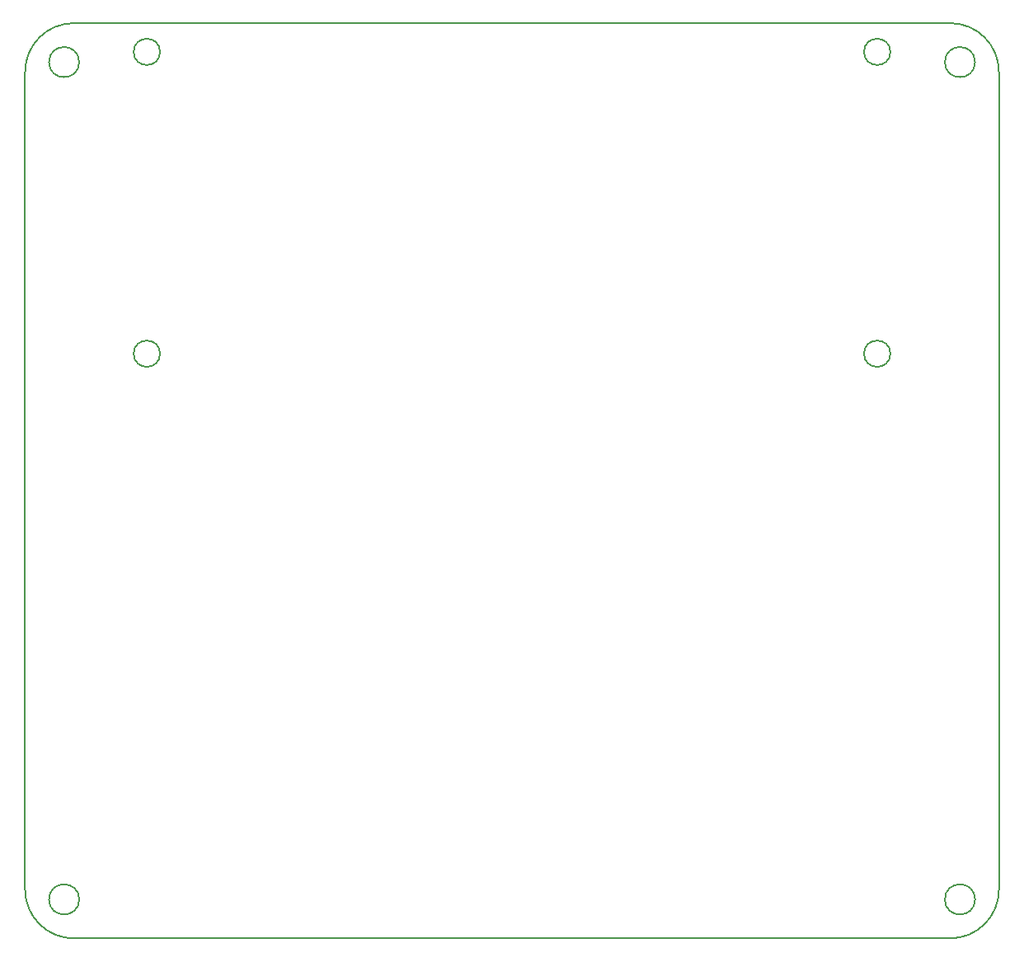
<source format=gm1>
G04 #@! TF.GenerationSoftware,KiCad,Pcbnew,(5.1.6)-1*
G04 #@! TF.CreationDate,2020-07-08T23:31:11-03:00*
G04 #@! TF.ProjectId,Projeto GTA,50726f6a-6574-46f2-9047-54412e6b6963,1.0*
G04 #@! TF.SameCoordinates,Original*
G04 #@! TF.FileFunction,Profile,NP*
%FSLAX46Y46*%
G04 Gerber Fmt 4.6, Leading zero omitted, Abs format (unit mm)*
G04 Created by KiCad (PCBNEW (5.1.6)-1) date 2020-07-08 23:31:11*
%MOMM*%
%LPD*%
G01*
G04 APERTURE LIST*
G04 #@! TA.AperFunction,Profile*
%ADD10C,0.150000*%
G04 #@! TD*
G04 APERTURE END LIST*
D10*
X195000000Y-129000000D02*
G75*
G02*
X190000000Y-134000000I-5000000J0D01*
G01*
X100000000Y-134000000D02*
G75*
G02*
X95000000Y-129000000I0J5000000D01*
G01*
X192550000Y-44000000D02*
G75*
G03*
X192550000Y-44000000I-1550000J0D01*
G01*
X190000000Y-40000000D02*
G75*
G02*
X195000000Y-45000000I0J-5000000D01*
G01*
X95000000Y-45000000D02*
G75*
G02*
X100000000Y-40000000I5000000J0D01*
G01*
X183850000Y-73950000D02*
G75*
G03*
X183850000Y-73950000I-1350000J0D01*
G01*
X108850000Y-73950000D02*
G75*
G03*
X108850000Y-73950000I-1350000J0D01*
G01*
X108850000Y-42950000D02*
G75*
G03*
X108850000Y-42950000I-1350000J0D01*
G01*
X183850000Y-42950000D02*
G75*
G03*
X183850000Y-42950000I-1350000J0D01*
G01*
X95000000Y-45000000D02*
X95000000Y-129000000D01*
X100000000Y-134000000D02*
X190000000Y-134000000D01*
X100000000Y-40000000D02*
X190000000Y-40000000D01*
X195000000Y-45000000D02*
X195000000Y-129000000D01*
X100550000Y-130000000D02*
G75*
G03*
X100550000Y-130000000I-1550000J0D01*
G01*
X192550000Y-130000000D02*
G75*
G03*
X192550000Y-130000000I-1550000J0D01*
G01*
X100550000Y-44000000D02*
G75*
G03*
X100550000Y-44000000I-1550000J0D01*
G01*
M02*

</source>
